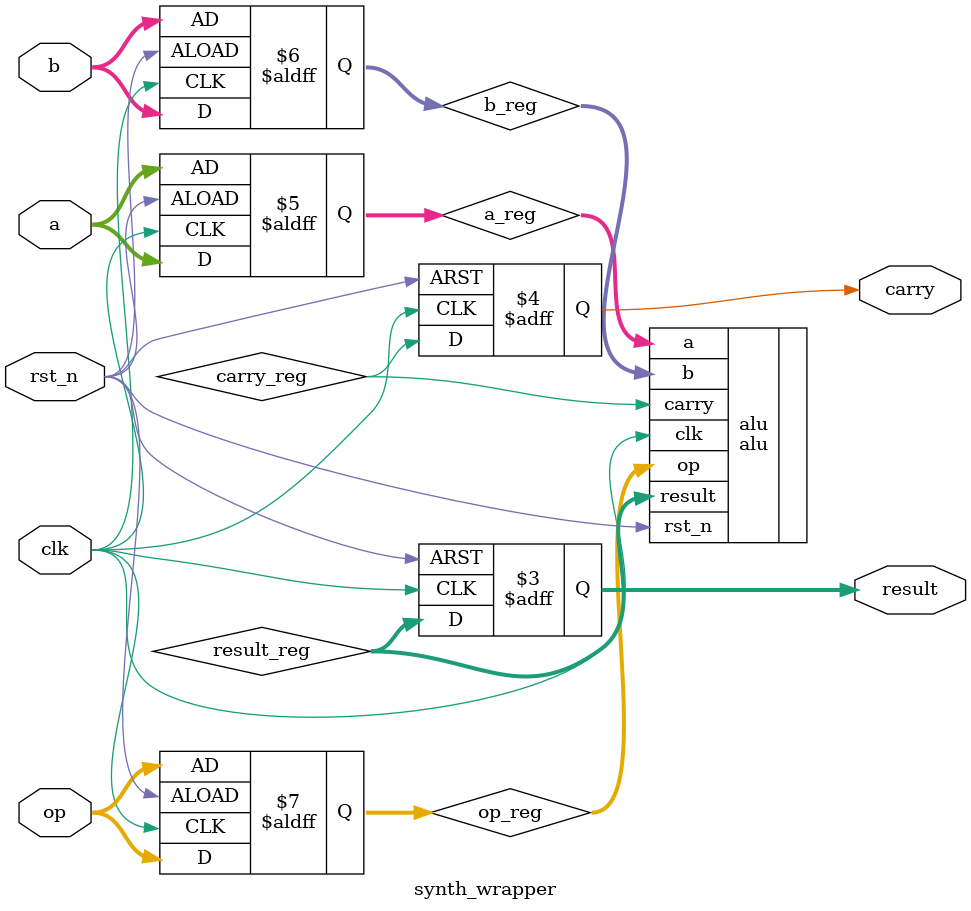
<source format=v>
module synth_wrapper
(
	input wire clk,
	input wire rst_n,
	input wire [3:0] a,
	input wire [3:0] b,
	input wire [2:0] op,
	output reg [3:0] result,
	output reg carry
);
	reg [3:0] a_reg;
	reg [3:0] b_reg;
	reg [2:0] op_reg;
	wire [3:0] result_reg;
	wire carry_reg;

	always@(posedge clk, negedge rst_n) begin
		if (!rst_n) begin
			a_reg <= a;
			b_reg <= b;
			op_reg <= op;
			result <= 4'b0;
			carry <= 1'b0;
		end
		else begin
			a_reg <= a;
			b_reg <= b;
			op_reg <= op;
			result <= result_reg;
			carry <= carry_reg;
		end
	end
 	
	alu alu (
		.clk (clk),
		.rst_n (rst_n),
		.a (a_reg),
		.b (b_reg),
		.op (op_reg),
		.result (result_reg),
		.carry (carry_reg)
	);

endmodule

</source>
